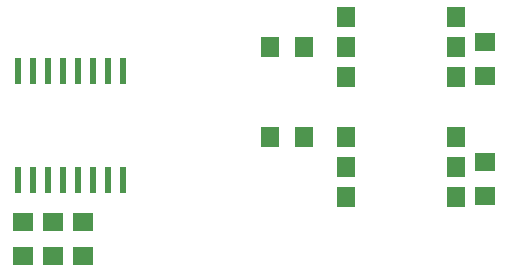
<source format=gbr>
G04 EAGLE Gerber RS-274X export*
G75*
%MOMM*%
%FSLAX34Y34*%
%LPD*%
%INSolderpaste Bottom*%
%IPPOS*%
%AMOC8*
5,1,8,0,0,1.08239X$1,22.5*%
G01*
%ADD10R,1.520000X1.780000*%
%ADD11R,1.803000X1.600000*%
%ADD12R,1.600000X1.803000*%
%ADD13R,0.600000X2.200000*%


D10*
X402050Y279400D03*
X402050Y254000D03*
X402050Y228600D03*
X309150Y228600D03*
X309150Y254000D03*
X309150Y279400D03*
D11*
X60960Y77220D03*
X60960Y105660D03*
X35560Y77220D03*
X35560Y105660D03*
X86360Y105660D03*
X86360Y77220D03*
X426720Y258060D03*
X426720Y229620D03*
D12*
X244860Y254000D03*
X273300Y254000D03*
D11*
X426720Y156460D03*
X426720Y128020D03*
D12*
X244860Y177800D03*
X273300Y177800D03*
D10*
X402050Y177800D03*
X402050Y152400D03*
X402050Y127000D03*
X309150Y127000D03*
X309150Y152400D03*
X309150Y177800D03*
D13*
X44450Y233960D03*
X69850Y141960D03*
X31750Y233960D03*
X57150Y233960D03*
X69850Y233960D03*
X57150Y141960D03*
X82550Y141960D03*
X95250Y141960D03*
X95250Y233960D03*
X120650Y141960D03*
X82550Y233960D03*
X107950Y233960D03*
X107950Y141960D03*
X120650Y233960D03*
X44450Y141960D03*
X31750Y141960D03*
M02*

</source>
